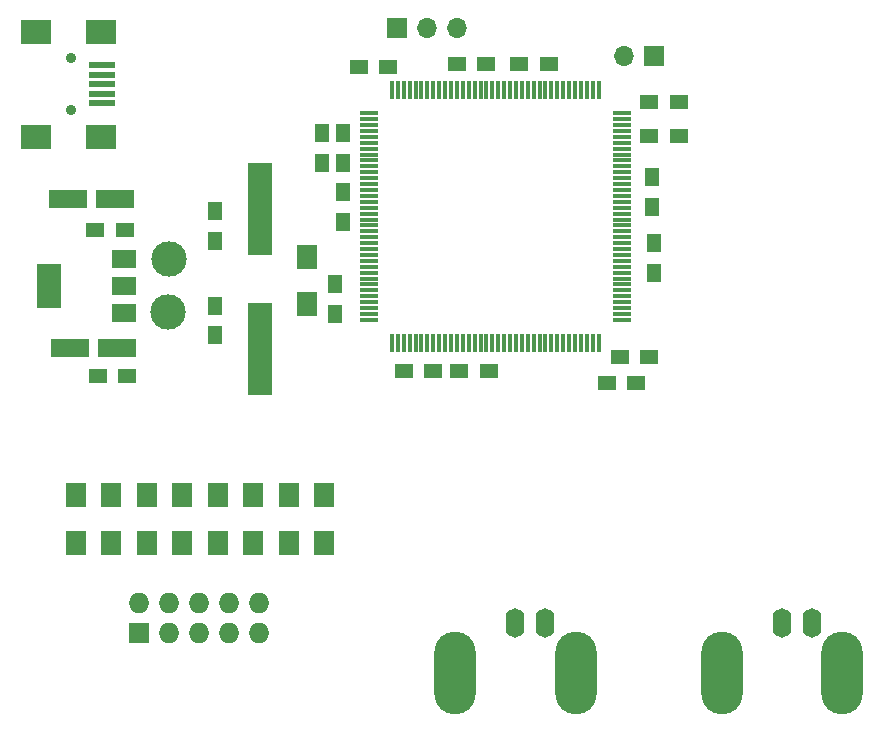
<source format=gts>
G04 #@! TF.FileFunction,Soldermask,Top*
%FSLAX46Y46*%
G04 Gerber Fmt 4.6, Leading zero omitted, Abs format (unit mm)*
G04 Created by KiCad (PCBNEW 4.0.5) date 05/02/17 17:06:42*
%MOMM*%
%LPD*%
G01*
G04 APERTURE LIST*
%ADD10C,0.100000*%
%ADD11R,1.500000X1.250000*%
%ADD12R,1.250000X1.500000*%
%ADD13O,3.500120X7.000240*%
%ADD14O,1.600200X2.499360*%
%ADD15R,1.700000X1.700000*%
%ADD16O,1.700000X1.700000*%
%ADD17R,2.300000X0.500000*%
%ADD18R,2.500000X2.000000*%
%ADD19C,0.900000*%
%ADD20R,1.700000X2.000000*%
%ADD21R,2.000000X3.800000*%
%ADD22R,2.000000X1.500000*%
%ADD23R,1.550000X0.300000*%
%ADD24R,0.300000X1.550000*%
%ADD25R,2.000000X7.875000*%
%ADD26R,1.727200X1.727200*%
%ADD27O,1.727200X1.727200*%
%ADD28R,3.200000X1.500000*%
%ADD29C,3.000000*%
G04 APERTURE END LIST*
D10*
D11*
X42150000Y-64500000D03*
X39650000Y-64500000D03*
X39850000Y-76900000D03*
X42350000Y-76900000D03*
D12*
X60600000Y-63850000D03*
X60600000Y-61350000D03*
X60600000Y-56350000D03*
X60600000Y-58850000D03*
X49800000Y-62950000D03*
X49800000Y-65450000D03*
X49800000Y-73450000D03*
X49800000Y-70950000D03*
D11*
X64450000Y-50700000D03*
X61950000Y-50700000D03*
X70250000Y-50500000D03*
X72750000Y-50500000D03*
X75550000Y-50500000D03*
X78050000Y-50500000D03*
X86550000Y-53700000D03*
X89050000Y-53700000D03*
D12*
X86800000Y-60050000D03*
X86800000Y-62550000D03*
X86900000Y-65650000D03*
X86900000Y-68150000D03*
D11*
X84050000Y-75300000D03*
X86550000Y-75300000D03*
X82950000Y-77500000D03*
X85450000Y-77500000D03*
X72950000Y-76500000D03*
X70450000Y-76500000D03*
X86550000Y-56600000D03*
X89050000Y-56600000D03*
X65750000Y-76500000D03*
X68250000Y-76500000D03*
D12*
X59900000Y-69150000D03*
X59900000Y-71650000D03*
X58800000Y-56350000D03*
X58800000Y-58850000D03*
D13*
X80297780Y-102063400D03*
X70099680Y-102063400D03*
D14*
X75200000Y-97798740D03*
X77699360Y-97798740D03*
D13*
X102897780Y-102063400D03*
X92699680Y-102063400D03*
D14*
X97800000Y-97798740D03*
X100299360Y-97798740D03*
D15*
X65200000Y-47400000D03*
D16*
X67740000Y-47400000D03*
X70280000Y-47400000D03*
D15*
X86900000Y-49800000D03*
D16*
X84360000Y-49800000D03*
D17*
X40200000Y-50600000D03*
X40200000Y-51400000D03*
X40200000Y-52200000D03*
X40200000Y-53000000D03*
X40200000Y-53800000D03*
D18*
X40100000Y-47750000D03*
X34600000Y-47750000D03*
X40100000Y-56650000D03*
X34600000Y-56650000D03*
D19*
X37600000Y-50000000D03*
X37600000Y-54400000D03*
D20*
X57600000Y-66800000D03*
X57600000Y-70800000D03*
D21*
X35750000Y-69300000D03*
D22*
X42050000Y-69300000D03*
X42050000Y-67000000D03*
X42050000Y-71600000D03*
D23*
X62800000Y-54650000D03*
X62800000Y-55150000D03*
X62800000Y-55650000D03*
X62800000Y-56150000D03*
X62800000Y-56650000D03*
X62800000Y-57150000D03*
X62800000Y-57650000D03*
X62800000Y-58150000D03*
X62800000Y-58650000D03*
X62800000Y-59150000D03*
X62800000Y-59650000D03*
X62800000Y-60150000D03*
X62800000Y-60650000D03*
X62800000Y-61150000D03*
X62800000Y-61650000D03*
X62800000Y-62150000D03*
X62800000Y-62650000D03*
X62800000Y-63150000D03*
X62800000Y-63650000D03*
X62800000Y-64150000D03*
X62800000Y-64650000D03*
X62800000Y-65150000D03*
X62800000Y-65650000D03*
X62800000Y-66150000D03*
X62800000Y-66650000D03*
X62800000Y-67150000D03*
X62800000Y-67650000D03*
X62800000Y-68150000D03*
X62800000Y-68650000D03*
X62800000Y-69150000D03*
X62800000Y-69650000D03*
X62800000Y-70150000D03*
X62800000Y-70650000D03*
X62800000Y-71150000D03*
X62800000Y-71650000D03*
X62800000Y-72150000D03*
D24*
X64750000Y-74100000D03*
X65250000Y-74100000D03*
X65750000Y-74100000D03*
X66250000Y-74100000D03*
X66750000Y-74100000D03*
X67250000Y-74100000D03*
X67750000Y-74100000D03*
X68250000Y-74100000D03*
X68750000Y-74100000D03*
X69250000Y-74100000D03*
X69750000Y-74100000D03*
X70250000Y-74100000D03*
X70750000Y-74100000D03*
X71250000Y-74100000D03*
X71750000Y-74100000D03*
X72250000Y-74100000D03*
X72750000Y-74100000D03*
X73250000Y-74100000D03*
X73750000Y-74100000D03*
X74250000Y-74100000D03*
X74750000Y-74100000D03*
X75250000Y-74100000D03*
X75750000Y-74100000D03*
X76250000Y-74100000D03*
X76750000Y-74100000D03*
X77250000Y-74100000D03*
X77750000Y-74100000D03*
X78250000Y-74100000D03*
X78750000Y-74100000D03*
X79250000Y-74100000D03*
X79750000Y-74100000D03*
X80250000Y-74100000D03*
X80750000Y-74100000D03*
X81250000Y-74100000D03*
X81750000Y-74100000D03*
X82250000Y-74100000D03*
D23*
X84200000Y-72150000D03*
X84200000Y-71650000D03*
X84200000Y-71150000D03*
X84200000Y-70650000D03*
X84200000Y-70150000D03*
X84200000Y-69650000D03*
X84200000Y-69150000D03*
X84200000Y-68650000D03*
X84200000Y-68150000D03*
X84200000Y-67650000D03*
X84200000Y-67150000D03*
X84200000Y-66650000D03*
X84200000Y-66150000D03*
X84200000Y-65650000D03*
X84200000Y-65150000D03*
X84200000Y-64650000D03*
X84200000Y-64150000D03*
X84200000Y-63650000D03*
X84200000Y-63150000D03*
X84200000Y-62650000D03*
X84200000Y-62150000D03*
X84200000Y-61650000D03*
X84200000Y-61150000D03*
X84200000Y-60650000D03*
X84200000Y-60150000D03*
X84200000Y-59650000D03*
X84200000Y-59150000D03*
X84200000Y-58650000D03*
X84200000Y-58150000D03*
X84200000Y-57650000D03*
X84200000Y-57150000D03*
X84200000Y-56650000D03*
X84200000Y-56150000D03*
X84200000Y-55650000D03*
X84200000Y-55150000D03*
X84200000Y-54650000D03*
D24*
X82250000Y-52700000D03*
X81750000Y-52700000D03*
X81250000Y-52700000D03*
X80750000Y-52700000D03*
X80250000Y-52700000D03*
X79750000Y-52700000D03*
X79250000Y-52700000D03*
X78750000Y-52700000D03*
X78250000Y-52700000D03*
X77750000Y-52700000D03*
X77250000Y-52700000D03*
X76750000Y-52700000D03*
X76250000Y-52700000D03*
X75750000Y-52700000D03*
X75250000Y-52700000D03*
X74750000Y-52700000D03*
X74250000Y-52700000D03*
X73750000Y-52700000D03*
X73250000Y-52700000D03*
X72750000Y-52700000D03*
X72250000Y-52700000D03*
X71750000Y-52700000D03*
X71250000Y-52700000D03*
X70750000Y-52700000D03*
X70250000Y-52700000D03*
X69750000Y-52700000D03*
X69250000Y-52700000D03*
X68750000Y-52700000D03*
X68250000Y-52700000D03*
X67750000Y-52700000D03*
X67250000Y-52700000D03*
X66750000Y-52700000D03*
X66250000Y-52700000D03*
X65750000Y-52700000D03*
X65250000Y-52700000D03*
X64750000Y-52700000D03*
D25*
X53600000Y-62762500D03*
X53600000Y-74637500D03*
D26*
X43300000Y-98650000D03*
D27*
X43300000Y-96110000D03*
X45840000Y-98650000D03*
X45840000Y-96110000D03*
X48380000Y-98650000D03*
X48380000Y-96110000D03*
X50920000Y-98650000D03*
X50920000Y-96110000D03*
X53460000Y-98650000D03*
X53460000Y-96110000D03*
D20*
X38000000Y-91000000D03*
X38000000Y-87000000D03*
X41000000Y-91000000D03*
X41000000Y-87000000D03*
X44000000Y-91000000D03*
X44000000Y-87000000D03*
X47000000Y-91000000D03*
X47000000Y-87000000D03*
X50000000Y-91000000D03*
X50000000Y-87000000D03*
X53000000Y-91000000D03*
X53000000Y-87000000D03*
X56000000Y-91000000D03*
X56000000Y-87000000D03*
X59000000Y-91000000D03*
X59000000Y-87000000D03*
D28*
X41300000Y-61900000D03*
X37300000Y-61900000D03*
X37500000Y-74500000D03*
X41500000Y-74500000D03*
D29*
X45900000Y-67000000D03*
X45800000Y-71500000D03*
M02*

</source>
